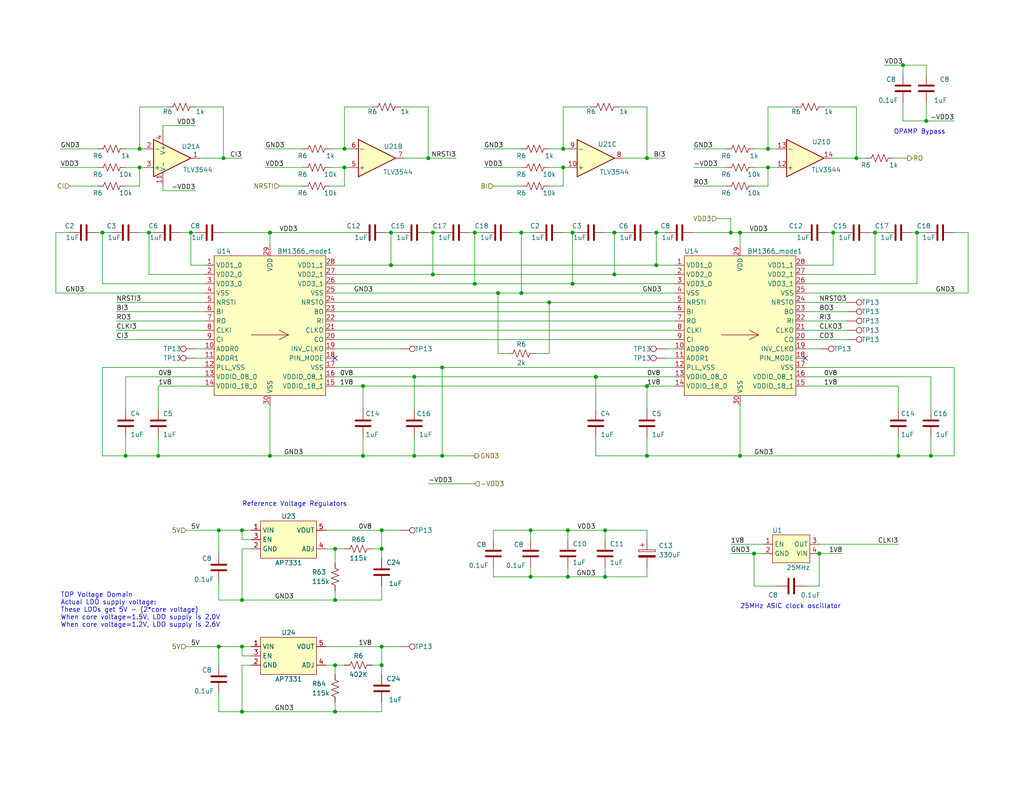
<source format=kicad_sch>
(kicad_sch (version 20231120) (generator "eeschema") (generator_version "8.0")
  (paper "A")
  (title_block (title "bitaxeHex") (date "2024-03-09") (rev "303"))
  (junction (at 176.53 124.46))
  (junction (at 153.67 40.64))
  (junction (at 113.03 102.87))
  (junction (at 66.04 176.53))
  (junction (at 246.38 17.78))
  (junction (at 43.18 124.46))
  (junction (at 252.73 33.02))
  (junction (at 129.54 77.47))
  (junction (at 93.98 40.64))
  (junction (at 165.1 144.78))
  (junction (at 129.54 63.5))
  (junction (at 223.52 151.13))
  (junction (at 38.1 40.64))
  (junction (at 118.11 63.5))
  (junction (at 91.44 163.83))
  (junction (at 38.1 45.72))
  (junction (at 250.19 63.5))
  (junction (at 154.94 144.78) (diameter 0.9144))
  (junction (at 116.84 43.18))
  (junction (at 165.1 157.48))
  (junction (at 66.04 144.78))
  (junction (at 142.24 80.01))
  (junction (at 104.14 144.78))
  (junction (at 179.07 63.5))
  (junction (at 162.56 102.87))
  (junction (at 104.14 181.61))
  (junction (at 233.68 43.18))
  (junction (at 142.24 63.5))
  (junction (at 73.66 63.5))
  (junction (at 144.78 157.48) (diameter 0.9144))
  (junction (at 91.44 149.86))
  (junction (at 59.69 176.53))
  (junction (at 66.04 163.83))
  (junction (at 238.76 63.5))
  (junction (at 99.06 124.46))
  (junction (at 156.21 77.47))
  (junction (at 120.65 124.46))
  (junction (at 104.14 176.53))
  (junction (at 254 124.46))
  (junction (at 91.44 194.31))
  (junction (at 59.69 144.78))
  (junction (at 167.64 63.5))
  (junction (at 91.44 181.61))
  (junction (at 118.11 74.93))
  (junction (at 52.07 63.5))
  (junction (at 149.86 82.55))
  (junction (at 106.68 72.39))
  (junction (at 209.55 45.72))
  (junction (at 104.14 149.86))
  (junction (at 66.04 194.31))
  (junction (at 120.65 100.33))
  (junction (at 27.94 63.5))
  (junction (at 144.78 144.78) (diameter 0.9144))
  (junction (at 60.96 43.18))
  (junction (at 205.74 151.13))
  (junction (at 73.66 124.46))
  (junction (at 201.93 124.46))
  (junction (at 99.06 105.41))
  (junction (at 113.03 124.46))
  (junction (at 167.64 74.93))
  (junction (at 245.11 124.46))
  (junction (at 156.21 63.5))
  (junction (at 34.29 124.46))
  (junction (at 179.07 72.39))
  (junction (at 154.94 157.48) (diameter 0.9144))
  (junction (at 135.89 80.01))
  (junction (at 227.33 63.5))
  (junction (at 40.64 63.5))
  (junction (at 209.55 40.64))
  (junction (at 201.93 63.5))
  (junction (at 199.39 63.5))
  (junction (at 153.67 45.72))
  (junction (at 176.53 105.41))
  (junction (at 176.53 43.18))
  (junction (at 93.98 45.72))
  (junction (at 106.68 63.5))
  (no_connect (at 219.71 97.79))
  (no_connect (at 91.44 97.79))
  (wire (pts (xy 154.94 154.94) (xy 154.94 157.48)))
  (wire (pts (xy 101.6 181.61) (xy 104.14 181.61)))
  (wire (pts (xy 162.56 124.46) (xy 162.56 119.38)))
  (wire (pts (xy 189.23 40.64) (xy 198.12 40.64)))
  (wire (pts (xy 40.64 74.93) (xy 55.88 74.93)))
  (wire (pts (xy 176.53 43.18) (xy 170.18 43.18)))
  (wire (pts (xy 224.79 29.21) (xy 233.68 29.21)))
  (wire (pts (xy 44.45 34.29) (xy 53.34 34.29)))
  (wire (pts (xy 227.33 43.18) (xy 233.68 43.18)))
  (wire (pts (xy 99.06 105.41) (xy 99.06 111.76)))
  (wire (pts (xy 243.84 43.18) (xy 247.65 43.18)))
  (wire (pts (xy 233.68 29.21) (xy 233.68 43.18)))
  (wire (pts (xy 201.93 63.5) (xy 201.93 67.31)))
  (wire (pts (xy 93.98 45.72) (xy 95.25 45.72)))
  (wire (pts (xy 113.03 102.87) (xy 162.56 102.87)))
  (wire (pts (xy 246.38 33.02) (xy 252.73 33.02)))
  (wire (pts (xy 91.44 74.93) (xy 118.11 74.93)))
  (wire (pts (xy 132.08 45.72) (xy 142.24 45.72)))
  (wire (pts (xy 176.53 147.32) (xy 176.53 144.78)))
  (wire (pts (xy 176.53 119.38) (xy 176.53 124.46)))
  (wire (pts (xy 162.56 102.87) (xy 162.56 111.76)))
  (wire (pts (xy 165.1 63.5) (xy 167.64 63.5)))
  (wire (pts (xy 250.19 63.5) (xy 252.73 63.5)))
  (wire (pts (xy 142.24 80.01) (xy 142.24 63.5)))
  (wire (pts (xy 176.53 29.21) (xy 176.53 43.18)))
  (wire (pts (xy 227.33 72.39) (xy 227.33 63.5)))
  (wire (pts (xy 129.54 63.5) (xy 132.08 63.5)))
  (wire (pts (xy 91.44 181.61) (xy 91.44 184.15)))
  (wire (pts (xy 246.38 27.94) (xy 246.38 33.02)))
  (wire (pts (xy 254 124.46) (xy 254 119.38)))
  (wire (pts (xy 60.96 63.5) (xy 73.66 63.5)))
  (wire (pts (xy 91.44 194.31) (xy 91.44 191.77)))
  (wire (pts (xy 168.91 29.21) (xy 176.53 29.21)))
  (wire (pts (xy 53.34 95.25) (xy 55.88 95.25)))
  (wire (pts (xy 153.67 50.8) (xy 153.67 45.72)))
  (wire (pts (xy 44.45 50.8) (xy 44.45 52.07)))
  (wire (pts (xy 104.14 160.02) (xy 104.14 163.83)))
  (wire (pts (xy 209.55 40.64) (xy 212.09 40.64)))
  (wire (pts (xy 91.44 90.17) (xy 184.15 90.17)))
  (wire (pts (xy 165.1 157.48) (xy 154.94 157.48)))
  (wire (pts (xy 156.21 77.47) (xy 184.15 77.47)))
  (wire (pts (xy 252.73 33.02) (xy 260.35 33.02)))
  (wire (pts (xy 118.11 74.93) (xy 118.11 63.5)))
  (wire (pts (xy 118.11 74.93) (xy 167.64 74.93)))
  (wire (pts (xy 38.1 29.21) (xy 45.72 29.21)))
  (wire (pts (xy 260.35 100.33) (xy 260.35 124.46)))
  (wire (pts (xy 153.67 29.21) (xy 161.29 29.21)))
  (wire (pts (xy 91.44 181.61) (xy 93.98 181.61)))
  (wire (pts (xy 91.44 102.87) (xy 113.03 102.87)))
  (wire (pts (xy 189.23 45.72) (xy 198.12 45.72)))
  (wire (pts (xy 219.71 77.47) (xy 250.19 77.47)))
  (wire (pts (xy 135.89 80.01) (xy 142.24 80.01)))
  (wire (pts (xy 201.93 124.46) (xy 245.11 124.46)))
  (wire (pts (xy 91.44 77.47) (xy 129.54 77.47)))
  (wire (pts (xy 104.14 194.31) (xy 91.44 194.31)))
  (wire (pts (xy 252.73 20.32) (xy 252.73 17.78)))
  (wire (pts (xy 167.64 63.5) (xy 170.18 63.5)))
  (wire (pts (xy 135.89 96.52) (xy 135.89 80.01)))
  (wire (pts (xy 38.1 63.5) (xy 40.64 63.5)))
  (wire (pts (xy 165.1 157.48) (xy 176.53 157.48)))
  (wire (pts (xy 116.84 43.18) (xy 124.46 43.18)))
  (wire (pts (xy 153.67 40.64) (xy 154.94 40.64)))
  (wire (pts (xy 219.71 85.09) (xy 231.14 85.09)))
  (wire (pts (xy 219.71 105.41) (xy 245.11 105.41)))
  (wire (pts (xy 120.65 100.33) (xy 184.15 100.33)))
  (wire (pts (xy 34.29 50.8) (xy 38.1 50.8)))
  (wire (pts (xy 52.07 63.5) (xy 52.07 72.39)))
  (wire (pts (xy 44.45 52.07) (xy 53.34 52.07)))
  (wire (pts (xy 72.39 45.72) (xy 82.55 45.72)))
  (wire (pts (xy 91.44 92.71) (xy 184.15 92.71)))
  (wire (pts (xy 106.68 72.39) (xy 179.07 72.39)))
  (wire (pts (xy 144.78 147.32) (xy 144.78 144.78)))
  (wire (pts (xy 134.62 154.94) (xy 134.62 157.48)))
  (wire (pts (xy 53.34 29.21) (xy 60.96 29.21)))
  (wire (pts (xy 104.14 191.77) (xy 104.14 194.31)))
  (wire (pts (xy 154.94 147.32) (xy 154.94 144.78)))
  (wire (pts (xy 219.71 160.02) (xy 223.52 160.02)))
  (wire (pts (xy 205.74 45.72) (xy 209.55 45.72)))
  (wire (pts (xy 31.75 85.09) (xy 55.88 85.09)))
  (wire (pts (xy 104.14 163.83) (xy 91.44 163.83)))
  (wire (pts (xy 219.71 102.87) (xy 254 102.87)))
  (wire (pts (xy 104.14 149.86) (xy 104.14 152.4)))
  (wire (pts (xy 90.17 45.72) (xy 93.98 45.72)))
  (wire (pts (xy 38.1 50.8) (xy 38.1 45.72)))
  (wire (pts (xy 40.64 74.93) (xy 40.64 63.5)))
  (wire (pts (xy 66.04 179.07) (xy 66.04 176.53)))
  (wire (pts (xy 156.21 77.47) (xy 156.21 63.5)))
  (wire (pts (xy 43.18 119.38) (xy 43.18 124.46)))
  (wire (pts (xy 52.07 63.5) (xy 53.34 63.5)))
  (wire (pts (xy 59.69 176.53) (xy 59.69 181.61)))
  (wire (pts (xy 120.65 124.46) (xy 129.54 124.46)))
  (wire (pts (xy 205.74 151.13) (xy 208.28 151.13)))
  (wire (pts (xy 142.24 63.5) (xy 139.7 63.5)))
  (wire (pts (xy 223.52 151.13) (xy 229.87 151.13)))
  (wire (pts (xy 49.53 63.5) (xy 52.07 63.5)))
  (wire (pts (xy 132.08 40.64) (xy 142.24 40.64)))
  (wire (pts (xy 116.84 29.21) (xy 116.84 43.18)))
  (wire (pts (xy 99.06 124.46) (xy 113.03 124.46)))
  (wire (pts (xy 134.62 147.32) (xy 134.62 144.78)))
  (wire (pts (xy 59.69 144.78) (xy 66.04 144.78)))
  (wire (pts (xy 104.14 181.61) (xy 104.14 176.53)))
  (wire (pts (xy 218.44 63.5) (xy 201.93 63.5)))
  (wire (pts (xy 149.86 82.55) (xy 184.15 82.55)))
  (wire (pts (xy 246.38 17.78) (xy 246.38 20.32)))
  (wire (pts (xy 91.44 80.01) (xy 135.89 80.01)))
  (wire (pts (xy 237.49 63.5) (xy 238.76 63.5)))
  (wire (pts (xy 68.58 179.07) (xy 66.04 179.07)))
  (wire (pts (xy 189.23 63.5) (xy 199.39 63.5)))
  (wire (pts (xy 233.68 43.18) (xy 236.22 43.18)))
  (wire (pts (xy 134.62 144.78) (xy 144.78 144.78)))
  (wire (pts (xy 176.53 105.41) (xy 176.53 111.76)))
  (wire (pts (xy 106.68 72.39) (xy 106.68 63.5)))
  (wire (pts (xy 219.71 80.01) (xy 264.16 80.01)))
  (wire (pts (xy 73.66 110.49) (xy 73.66 124.46)))
  (wire (pts (xy 113.03 124.46) (xy 120.65 124.46)))
  (wire (pts (xy 104.14 176.53) (xy 109.22 176.53)))
  (wire (pts (xy 205.74 50.8) (xy 209.55 50.8)))
  (wire (pts (xy 34.29 119.38) (xy 34.29 124.46)))
  (wire (pts (xy 264.16 63.5) (xy 260.35 63.5)))
  (wire (pts (xy 59.69 189.23) (xy 59.69 194.31)))
  (wire (pts (xy 91.44 105.41) (xy 99.06 105.41)))
  (wire (pts (xy 176.53 154.94) (xy 176.53 157.48)))
  (wire (pts (xy 129.54 77.47) (xy 129.54 63.5)))
  (wire (pts (xy 60.96 43.18) (xy 54.61 43.18)))
  (wire (pts (xy 31.75 92.71) (xy 55.88 92.71)))
  (wire (pts (xy 176.53 43.18) (xy 181.61 43.18)))
  (wire (pts (xy 43.18 105.41) (xy 55.88 105.41)))
  (wire (pts (xy 165.1 154.94) (xy 165.1 157.48)))
  (wire (pts (xy 106.68 63.5) (xy 109.22 63.5)))
  (wire (pts (xy 241.3 17.78) (xy 246.38 17.78)))
  (wire (pts (xy 128.27 63.5) (xy 129.54 63.5)))
  (wire (pts (xy 116.84 132.08) (xy 129.54 132.08)))
  (wire (pts (xy 91.44 87.63) (xy 184.15 87.63)))
  (wire (pts (xy 104.14 144.78) (xy 109.22 144.78)))
  (wire (pts (xy 91.44 149.86) (xy 93.98 149.86)))
  (wire (pts (xy 205.74 160.02) (xy 205.74 151.13)))
  (wire (pts (xy 66.04 194.31) (xy 91.44 194.31)))
  (wire (pts (xy 109.22 29.21) (xy 116.84 29.21)))
  (wire (pts (xy 201.93 110.49) (xy 201.93 124.46)))
  (wire (pts (xy 40.64 63.5) (xy 41.91 63.5)))
  (wire (pts (xy 219.71 92.71) (xy 231.14 92.71)))
  (wire (pts (xy 16.51 45.72) (xy 26.67 45.72)))
  (wire (pts (xy 153.67 63.5) (xy 156.21 63.5)))
  (wire (pts (xy 90.17 40.64) (xy 93.98 40.64)))
  (wire (pts (xy 93.98 29.21) (xy 93.98 40.64)))
  (wire (pts (xy 88.9 149.86) (xy 91.44 149.86)))
  (wire (pts (xy 176.53 124.46) (xy 201.93 124.46)))
  (wire (pts (xy 91.44 100.33) (xy 120.65 100.33)))
  (wire (pts (xy 219.71 74.93) (xy 238.76 74.93)))
  (wire (pts (xy 101.6 149.86) (xy 104.14 149.86)))
  (wire (pts (xy 181.61 95.25) (xy 184.15 95.25)))
  (wire (pts (xy 250.19 77.47) (xy 250.19 63.5)))
  (wire (pts (xy 219.71 87.63) (xy 231.14 87.63)))
  (wire (pts (xy 149.86 82.55) (xy 149.86 96.52)))
  (wire (pts (xy 149.86 50.8) (xy 153.67 50.8)))
  (wire (pts (xy 248.92 63.5) (xy 250.19 63.5)))
  (wire (pts (xy 73.66 124.46) (xy 99.06 124.46)))
  (wire (pts (xy 66.04 144.78) (xy 68.58 144.78)))
  (wire (pts (xy 153.67 29.21) (xy 153.67 40.64)))
  (wire (pts (xy 153.67 45.72) (xy 154.94 45.72)))
  (wire (pts (xy 209.55 45.72) (xy 212.09 45.72)))
  (wire (pts (xy 219.71 72.39) (xy 227.33 72.39)))
  (wire (pts (xy 93.98 50.8) (xy 93.98 45.72)))
  (wire (pts (xy 238.76 74.93) (xy 238.76 63.5)))
  (wire (pts (xy 149.86 45.72) (xy 153.67 45.72)))
  (wire (pts (xy 195.58 59.69) (xy 199.39 59.69)))
  (wire (pts (xy 162.56 124.46) (xy 176.53 124.46)))
  (wire (pts (xy 34.29 102.87) (xy 34.29 111.76)))
  (wire (pts (xy 146.05 96.52) (xy 149.86 96.52)))
  (wire (pts (xy 181.61 97.79) (xy 184.15 97.79)))
  (wire (pts (xy 209.55 29.21) (xy 217.17 29.21)))
  (wire (pts (xy 53.34 97.79) (xy 55.88 97.79)))
  (wire (pts (xy 113.03 124.46) (xy 113.03 119.38)))
  (wire (pts (xy 142.24 80.01) (xy 184.15 80.01)))
  (wire (pts (xy 227.33 63.5) (xy 229.87 63.5)))
  (wire (pts (xy 91.44 72.39) (xy 106.68 72.39)))
  (wire (pts (xy 176.53 105.41) (xy 184.15 105.41)))
  (wire (pts (xy 50.8 176.53) (xy 59.69 176.53)))
  (wire (pts (xy 219.71 82.55) (xy 231.14 82.55)))
  (wire (pts (xy 91.44 163.83) (xy 91.44 161.29)))
  (wire (pts (xy 199.39 151.13) (xy 205.74 151.13)))
  (wire (pts (xy 104.14 181.61) (xy 104.14 184.15)))
  (wire (pts (xy 105.41 63.5) (xy 106.68 63.5)))
  (wire (pts (xy 88.9 181.61) (xy 91.44 181.61)))
  (wire (pts (xy 97.79 63.5) (xy 73.66 63.5)))
  (wire (pts (xy 189.23 50.8) (xy 198.12 50.8)))
  (wire (pts (xy 15.24 80.01) (xy 15.24 63.5)))
  (wire (pts (xy 116.84 63.5) (xy 118.11 63.5)))
  (wire (pts (xy 88.9 176.53) (xy 104.14 176.53)))
  (wire (pts (xy 27.94 77.47) (xy 27.94 63.5)))
  (wire (pts (xy 44.45 35.56) (xy 44.45 34.29)))
  (wire (pts (xy 260.35 124.46) (xy 254 124.46)))
  (wire (pts (xy 68.58 181.61) (xy 66.04 181.61)))
  (wire (pts (xy 165.1 147.32) (xy 165.1 144.78)))
  (wire (pts (xy 144.78 144.78) (xy 154.94 144.78)))
  (wire (pts (xy 43.18 105.41) (xy 43.18 111.76)))
  (wire (pts (xy 252.73 27.94) (xy 252.73 33.02)))
  (wire (pts (xy 219.71 100.33) (xy 260.35 100.33)))
  (wire (pts (xy 120.65 100.33) (xy 120.65 124.46)))
  (wire (pts (xy 246.38 17.78) (xy 252.73 17.78)))
  (wire (pts (xy 156.21 63.5) (xy 157.48 63.5)))
  (wire (pts (xy 26.67 63.5) (xy 27.94 63.5)))
  (wire (pts (xy 226.06 63.5) (xy 227.33 63.5)))
  (wire (pts (xy 245.11 119.38) (xy 245.11 124.46)))
  (wire (pts (xy 31.75 82.55) (xy 55.88 82.55)))
  (wire (pts (xy 34.29 45.72) (xy 38.1 45.72)))
  (wire (pts (xy 27.94 77.47) (xy 55.88 77.47)))
  (wire (pts (xy 134.62 50.8) (xy 142.24 50.8)))
  (wire (pts (xy 264.16 80.01) (xy 264.16 63.5)))
  (wire (pts (xy 55.88 80.01) (xy 15.24 80.01)))
  (wire (pts (xy 144.78 157.48) (xy 134.62 157.48)))
  (wire (pts (xy 68.58 147.32) (xy 66.04 147.32)))
  (wire (pts (xy 66.04 181.61) (xy 66.04 194.31)))
  (wire (pts (xy 43.18 124.46) (xy 73.66 124.46)))
  (wire (pts (xy 60.96 43.18) (xy 66.04 43.18)))
  (wire (pts (xy 179.07 72.39) (xy 184.15 72.39)))
  (wire (pts (xy 90.17 50.8) (xy 93.98 50.8)))
  (wire (pts (xy 66.04 149.86) (xy 66.04 163.83)))
  (wire (pts (xy 66.04 147.32) (xy 66.04 144.78)))
  (wire (pts (xy 99.06 105.41) (xy 176.53 105.41)))
  (wire (pts (xy 209.55 29.21) (xy 209.55 40.64)))
  (wire (pts (xy 34.29 124.46) (xy 43.18 124.46)))
  (wire (pts (xy 199.39 63.5) (xy 201.93 63.5)))
  (wire (pts (xy 219.71 95.25) (xy 223.52 95.25)))
  (wire (pts (xy 59.69 158.75) (xy 59.69 163.83)))
  (wire (pts (xy 38.1 45.72) (xy 39.37 45.72)))
  (wire (pts (xy 68.58 149.86) (xy 66.04 149.86)))
  (wire (pts (xy 73.66 63.5) (xy 73.66 67.31)))
  (wire (pts (xy 254 102.87) (xy 254 111.76)))
  (wire (pts (xy 66.04 176.53) (xy 68.58 176.53)))
  (wire (pts (xy 27.94 100.33) (xy 55.88 100.33)))
  (wire (pts (xy 27.94 63.5) (xy 30.48 63.5)))
  (wire (pts (xy 167.64 74.93) (xy 167.64 63.5)))
  (wire (pts (xy 31.75 87.63) (xy 55.88 87.63)))
  (wire (pts (xy 31.75 90.17) (xy 55.88 90.17)))
  (wire (pts (xy 50.8 144.78) (xy 59.69 144.78)))
  (wire (pts (xy 91.44 95.25) (xy 109.22 95.25)))
  (wire (pts (xy 93.98 40.64) (xy 95.25 40.64)))
  (wire (pts (xy 223.52 148.59) (xy 245.11 148.59)))
  (wire (pts (xy 91.44 82.55) (xy 149.86 82.55)))
  (wire (pts (xy 199.39 148.59) (xy 208.28 148.59)))
  (wire (pts (xy 60.96 29.21) (xy 60.96 43.18)))
  (wire (pts (xy 16.51 40.64) (xy 26.67 40.64)))
  (wire (pts (xy 116.84 43.18) (xy 110.49 43.18)))
  (wire (pts (xy 38.1 40.64) (xy 39.37 40.64)))
  (wire (pts (xy 245.11 124.46) (xy 254 124.46)))
  (wire (pts (xy 179.07 63.5) (xy 181.61 63.5)))
  (wire (pts (xy 99.06 119.38) (xy 99.06 124.46)))
  (wire (pts (xy 76.2 50.8) (xy 82.55 50.8)))
  (wire (pts (xy 167.64 74.93) (xy 184.15 74.93)))
  (wire (pts (xy 27.94 124.46) (xy 34.29 124.46)))
  (wire (pts (xy 19.05 50.8) (xy 26.67 50.8)))
  (wire (pts (xy 93.98 29.21) (xy 101.6 29.21)))
  (wire (pts (xy 245.11 105.41) (xy 245.11 111.76)))
  (wire (pts (xy 34.29 40.64) (xy 38.1 40.64)))
  (wire (pts (xy 34.29 102.87) (xy 55.88 102.87)))
  (wire (pts (xy 199.39 59.69) (xy 199.39 63.5)))
  (wire (pts (xy 72.39 40.64) (xy 82.55 40.64)))
  (wire (pts (xy 66.04 163.83) (xy 91.44 163.83)))
  (wire (pts (xy 154.94 144.78) (xy 165.1 144.78)))
  (wire (pts (xy 162.56 102.87) (xy 184.15 102.87)))
  (wire (pts (xy 88.9 144.78) (xy 104.14 144.78)))
  (wire (pts (xy 212.09 160.02) (xy 205.74 160.02)))
  (wire (pts (xy 149.86 40.64) (xy 153.67 40.64)))
  (wire (pts (xy 59.69 144.78) (xy 59.69 151.13)))
  (wire (pts (xy 179.07 63.5) (xy 179.07 72.39)))
  (wire (pts (xy 165.1 144.78) (xy 176.53 144.78)))
  (wire (pts (xy 27.94 100.33) (xy 27.94 124.46)))
  (wire (pts (xy 144.78 157.48) (xy 154.94 157.48)))
  (wire (pts (xy 104.14 149.86) (xy 104.14 144.78)))
  (wire (pts (xy 219.71 90.17) (xy 231.14 90.17)))
  (wire (pts (xy 59.69 176.53) (xy 66.04 176.53)))
  (wire (pts (xy 59.69 194.31) (xy 66.04 194.31)))
  (wire (pts (xy 91.44 149.86) (xy 91.44 153.67)))
  (wire (pts (xy 38.1 29.21) (xy 38.1 40.64)))
  (wire (pts (xy 177.8 63.5) (xy 179.07 63.5)))
  (wire (pts (xy 113.03 102.87) (xy 113.03 111.76)))
  (wire (pts (xy 91.44 85.09) (xy 184.15 85.09)))
  (wire (pts (xy 238.76 63.5) (xy 241.3 63.5)))
  (wire (pts (xy 142.24 63.5) (xy 146.05 63.5)))
  (wire (pts (xy 144.78 154.94) (xy 144.78 157.48)))
  (wire (pts (xy 223.52 160.02) (xy 223.52 151.13)))
  (wire (pts (xy 209.55 50.8) (xy 209.55 45.72)))
  (wire (pts (xy 118.11 63.5) (xy 120.65 63.5)))
  (wire (pts (xy 129.54 77.47) (xy 156.21 77.47)))
  (wire (pts (xy 138.43 96.52) (xy 135.89 96.52)))
  (wire (pts (xy 52.07 72.39) (xy 55.88 72.39)))
  (wire (pts (xy 205.74 40.64) (xy 209.55 40.64)))
  (wire (pts (xy 59.69 163.83) (xy 66.04 163.83)))
  (wire (pts (xy 15.24 63.5) (xy 19.05 63.5)))
  (text "25MHz ASIC clock oscillator" (at 201.93 166.37 0) (effects (font (size 1.27 1.27)) (justify left bottom)))
  (text "Reference Voltage Regulators" (at 66.04 138.43 0) (effects (font (size 1.27 1.27)) (justify left bottom)))
  (text "OPAMP Bypass" (at 243.84 36.83 0) (effects (font (size 1.27 1.27)) (justify left bottom)))
  (text "TOP Voltage Domain\nActual LDO supply voltage:\nThese LDOs get 5V - (2*core voltage)\nWhen core voltage=1.5V, LDO supply is 2.0V\nWhen core voltage=1.2V, LDO supply is 2.6V " (at 16.51 171.45 0) (effects (font (size 1.27 1.27)) (justify left bottom)))
  (label "1V8" (at 229.87 151.13 180))
  (label "NRSTI3" (at 124.46 43.18 180))
  (label "0V8" (at 224.79 102.87 0))
  (label "1V8" (at 43.18 105.41 0))
  (label "CLKI3" (at 245.11 148.59 180))
  (label "-VDD3" (at 260.35 33.02 180))
  (label "RO3" (at 189.23 50.8 0))
  (label "-VDD3" (at 53.34 52.07 180))
  (label "GND3" (at 162.56 157.48 180))
  (label "0V8" (at 176.53 102.87 0))
  (label "5V" (at 52.07 176.53 0))
  (label "NRSTI3" (at 31.75 82.55 0))
  (label "CLKO3" (at 223.52 90.17 0))
  (label "GND3" (at 175.26 80.01 0))
  (label "CI3" (at 31.75 92.71 0))
  (label "1V8" (at 224.79 105.41 0))
  (label "5V" (at 52.07 144.78 0))
  (label "GND3" (at 132.08 40.64 0))
  (label "VDD3" (at 53.34 34.29 180))
  (label "CO3" (at 223.52 92.71 0))
  (label "1V8" (at 92.71 105.41 0))
  (label "GND3" (at 77.47 124.46 0))
  (label "RO3" (at 31.75 87.63 0))
  (label "GND3" (at 96.52 80.01 0))
  (label "0V8" (at 43.18 102.87 0))
  (label "GND3" (at 72.39 40.64 0))
  (label "GND3" (at 74.93 194.31 0))
  (label "VDD3" (at 16.51 45.72 0))
  (label "CLKI3" (at 31.75 90.17 0))
  (label "RI3" (at 223.52 87.63 0))
  (label "VDD3" (at 132.08 45.72 0))
  (label "GND3" (at 16.51 40.64 0))
  (label "-VDD3" (at 116.84 132.08 0))
  (label "VDD3" (at 72.39 45.72 0))
  (label "BI3" (at 181.61 43.18 180))
  (label "BI3" (at 31.75 85.09 0))
  (label "1V8" (at 176.53 105.41 0))
  (label "GND3" (at 189.23 40.64 0))
  (label "1V8" (at 199.39 148.59 0))
  (label "0V8" (at 92.71 102.87 0))
  (label "-VDD3" (at 189.23 45.72 0))
  (label "VDD3" (at 204.47 63.5 0))
  (label "VDD3" (at 157.48 144.78 0))
  (label "1V8" (at 97.79 176.53 0))
  (label "GND3" (at 255.27 80.01 0))
  (label "GND3" (at 205.74 124.46 0))
  (label "BO3" (at 223.52 85.09 0))
  (label "CI3" (at 66.04 43.18 180))
  (label "GND3" (at 199.39 151.13 0))
  (label "GND3" (at 17.78 80.01 0))
  (label "0V8" (at 97.79 144.78 0))
  (label "GND3" (at 74.93 163.83 0))
  (label "NRSTO3" (at 223.52 82.55 0))
  (label "VDD3" (at 241.3 17.78 0))
  (label "VDD3" (at 76.2 63.5 0))
  (hierarchical_label "BI" (shape input) (at 134.62 50.8 180))
  (hierarchical_label "GND3" (shape output) (at 129.54 124.46 0))
  (hierarchical_label "VDD3" (shape input) (at 195.58 59.69 180))
  (hierarchical_label "CI" (shape input) (at 19.05 50.8 180))
  (hierarchical_label "5V" (shape input) (at 50.8 144.78 180))
  (hierarchical_label "RO" (shape output) (at 247.65 43.18 0))
  (hierarchical_label "5V" (shape input) (at 50.8 176.53 180))
  (hierarchical_label "NRSTI" (shape input) (at 76.2 50.8 180))
  (hierarchical_label "-VDD3" (shape input) (at 129.54 132.08 0))
  (symbol (lib_id "Connector:TestPoint") (at 231.14 92.71 270) (mirror x) (unit 1) (in_bom no)
    (property "Reference" "TP13" (at 237.49 92.71 90))
    (property "Value" "TestPoint" (effects (hide yes)))
    (property "Footprint" "TestPoint:TestPoint_Pad_D1.5mm" (effects (hide yes)))
  )
  (symbol (lib_id "Device:C") (at 256.54 63.5 90) (unit 1)
    (property "Reference" "C18" (at 254 60.96 90) (effects (justify left bottom)))
    (property "Value" "1uF" (at 255.27 64.135 90) (effects (justify left bottom)))
    (property "Footprint" "Capacitor_SMD:C_0402_1005Metric" (effects (hide yes)))
    (property "DK" "587-5514-1-ND" (effects (hide yes)))
    (property "PARTNO" "EMK105BJ105MV-F" (effects (hide yes)))
  )
  (symbol (lib_id "Device:C") (at 222.25 63.5 90) (unit 1)
    (property "Reference" "C12" (at 219.075 60.96 90) (effects (justify left bottom)))
    (property "Value" "1uF" (at 220.98 64.135 90) (effects (justify left bottom)))
    (property "Footprint" "Capacitor_SMD:C_0402_1005Metric" (effects (hide yes)))
    (property "DK" "587-5514-1-ND" (effects (hide yes)))
    (property "PARTNO" "EMK105BJ105MV-F" (effects (hide yes)))
  )
  (symbol (lib_id "Device:C") (at 57.15 63.5 90) (unit 1)
    (property "Reference" "C8" (at 54.61 60.96 90) (effects (justify left bottom)))
    (property "Value" "1uF" (at 55.88 64.135 90) (effects (justify left bottom)))
    (property "Footprint" "Capacitor_SMD:C_0402_1005Metric" (effects (hide yes)))
    (property "DK" "587-5514-1-ND" (effects (hide yes)))
    (property "PARTNO" "EMK105BJ105MV-F" (effects (hide yes)))
  )
  (symbol (lib_id "Device:R_US") (at 201.93 40.64 270) (unit 1)
    (property "Reference" "R6" (at 198.12 42.545 90))
    (property "Value" "1k" (at 205.74 42.545 90))
    (property "Footprint" "Resistor_SMD:R_0402_1005Metric" (effects (hide yes)))
    (property "DK" "311-1.00KLRCT-ND" (effects (hide yes)))
    (property "PARTNO" "RC0402FR-071KL" (effects (hide yes)))
  )
  (symbol (lib_id "Device:R_US") (at 86.36 45.72 90) (unit 1)
    (property "Reference" "R6" (at 82.55 47.625 90))
    (property "Value" "10k" (at 90.17 47.625 90))
    (property "Footprint" "Resistor_SMD:R_0402_1005Metric" (effects (hide yes)))
    (property "DK" "311-10KJRCT-ND" (effects (hide yes)))
    (property "PARTNO" "RC0402JR-0710KL" (effects (hide yes)))
  )
  (symbol (lib_id "Device:C") (at 104.14 187.96 0) (unit 1)
    (property "Reference" "C24" (at 105.41 186.055 0) (effects (justify left bottom)))
    (property "Value" "1uF" (at 106.045 191.77 0) (effects (justify left bottom)))
    (property "Footprint" "Capacitor_SMD:C_0402_1005Metric" (effects (hide yes)))
    (property "DK" "587-5514-1-ND" (effects (hide yes)))
    (property "PARTNO" "EMK105BJ105MV-F" (effects (hide yes)))
  )
  (symbol (lib_id "Device:C") (at 161.29 63.5 90) (unit 1)
    (property "Reference" "C3" (at 158.75 60.96 90) (effects (justify left bottom)))
    (property "Value" "1uF" (at 160.02 64.135 90) (effects (justify left bottom)))
    (property "Footprint" "Capacitor_SMD:C_0402_1005Metric" (effects (hide yes)))
    (property "DK" "587-5514-1-ND" (effects (hide yes)))
    (property "PARTNO" "EMK105BJ105MV-F" (effects (hide yes)))
  )
  (symbol (lib_id "Connector:TestPoint") (at 231.14 85.09 270) (mirror x) (unit 1) (in_bom no)
    (property "Reference" "TP13" (at 237.49 85.09 90))
    (property "Value" "TestPoint" (effects (hide yes)))
    (property "Footprint" "TestPoint:TestPoint_Pad_D1.5mm" (effects (hide yes)))
  )
  (symbol (lib_id "Device:C") (at 113.03 115.57 0) (unit 1)
    (property "Reference" "C16" (at 113.665 113.665 0) (effects (justify left bottom)))
    (property "Value" "1uF" (at 114.3 119.38 0) (effects (justify left bottom)))
    (property "Footprint" "Capacitor_SMD:C_0402_1005Metric" (effects (hide yes)))
    (property "DK" "587-5514-1-ND" (effects (hide yes)))
    (property "PARTNO" "EMK105BJ105MV-F" (effects (hide yes)))
  )
  (symbol (lib_id "Connector:TestPoint") (at 231.14 82.55 270) (mirror x) (unit 1) (in_bom no)
    (property "Reference" "TP13" (at 237.49 82.55 90))
    (property "Value" "TestPoint" (effects (hide yes)))
    (property "Footprint" "TestPoint:TestPoint_Pad_D1.5mm" (effects (hide yes)))
  )
  (symbol (lib_id "Connector:TestPoint") (at 223.52 95.25 270) (mirror x) (unit 1) (in_bom no)
    (property "Reference" "TP13" (at 229.87 95.25 90))
    (property "Value" "TestPoint" (effects (hide yes)))
    (property "Footprint" "TestPoint:TestPoint_Pad_D1.0mm" (effects (hide yes)))
  )
  (symbol (lib_id "Device:C_Polarized") (at 176.53 151.13 0) (unit 1)
    (property "Reference" "C13" (at 179.705 148.9709 0) (effects (justify left)))
    (property "Value" "330uF" (at 179.705 151.5109 0) (effects (justify left)))
    (property "Footprint" "Capacitor_Tantalum_SMD:CP_EIA-7343-31_Kemet-D_Pad2.25x2.55mm_HandSolder" (effects (hide yes)))
    (property "DK" "718-1028-1-ND" (effects (hide yes)))
    (property "PARTNO" "293D337X9010E2TE3" (effects (hide yes)))
  )
  (symbol (lib_id "Device:R_US") (at 165.1 29.21 270) (unit 1)
    (property "Reference" "R6" (at 161.29 30.48 90))
    (property "Value" "1k" (at 170.18 30.48 90))
    (property "Footprint" "Resistor_SMD:R_0402_1005Metric" (effects (hide yes)))
    (property "DK" "311-1.00KLRCT-ND" (effects (hide yes)))
    (property "PARTNO" "RC0402FR-071KL" (effects (hide yes)))
  )
  (symbol (lib_id "Device:R_US") (at 91.44 187.96 180) (unit 1)
    (property "Reference" "R64" (at 85.09 186.69 0) (effects (justify right)))
    (property "Value" "115k" (at 85.09 189.23 0) (effects (justify right)))
    (property "Footprint" "Resistor_SMD:R_0402_1005Metric" (effects (hide yes)))
    (property "DK" "YAG2956CT-ND" (effects (hide yes)))
    (property "PARTNO" "RC0402FR-07115KL" (effects (hide yes)))
  )
  (symbol (lib_id "Device:R_US") (at 91.44 157.48 180) (unit 1)
    (property "Reference" "R63" (at 85.09 156.21 0) (effects (justify right)))
    (property "Value" "115k" (at 85.09 158.75 0) (effects (justify right)))
    (property "Footprint" "Resistor_SMD:R_0402_1005Metric" (effects (hide yes)))
    (property "DK" "YAG2956CT-ND" (effects (hide yes)))
    (property "PARTNO" "RC0402FR-07115KL" (effects (hide yes)))
  )
  (symbol (lib_id "Device:C") (at 254 115.57 0) (unit 1)
    (property "Reference" "C16" (at 254.635 113.665 0) (effects (justify left bottom)))
    (property "Value" "1uF" (at 255.27 119.38 0) (effects (justify left bottom)))
    (property "Footprint" "Capacitor_SMD:C_0402_1005Metric" (effects (hide yes)))
    (property "DK" "587-5514-1-ND" (effects (hide yes)))
    (property "PARTNO" "EMK105BJ105MV-F" (effects (hide yes)))
  )
  (symbol (lib_id "Device:C") (at 176.53 115.57 0) (unit 1)
    (property "Reference" "C5" (at 177.8 113.665 0) (effects (justify left bottom)))
    (property "Value" "1uF" (at 177.8 119.38 0) (effects (justify left bottom)))
    (property "Footprint" "Capacitor_SMD:C_0402_1005Metric" (effects (hide yes)))
    (property "DK" "587-5514-1-ND" (effects (hide yes)))
    (property "PARTNO" "EMK105BJ105MV-F" (effects (hide yes)))
  )
  (symbol (lib_id "Device:C") (at 173.99 63.5 90) (unit 1)
    (property "Reference" "C6" (at 171.45 60.96 90) (effects (justify left bottom)))
    (property "Value" "1uF" (at 172.72 64.135 90) (effects (justify left bottom)))
    (property "Footprint" "Capacitor_SMD:C_0402_1005Metric" (effects (hide yes)))
    (property "DK" "587-5514-1-ND" (effects (hide yes)))
    (property "PARTNO" "EMK105BJ105MV-F" (effects (hide yes)))
  )
  (symbol (lib_id "Device:R_US") (at 220.98 29.21 270) (unit 1)
    (property "Reference" "R6" (at 217.17 30.48 90))
    (property "Value" "1k" (at 226.06 30.48 90))
    (property "Footprint" "Resistor_SMD:R_0402_1005Metric" (effects (hide yes)))
    (property "DK" "311-1.00KLRCT-ND" (effects (hide yes)))
    (property "PARTNO" "RC0402FR-071KL" (effects (hide yes)))
  )
  (symbol (lib_id "Connector:TestPoint") (at 231.14 87.63 270) (mirror x) (unit 1) (in_bom no)
    (property "Reference" "TP13" (at 237.49 87.63 90))
    (property "Value" "TestPoint" (effects (hide yes)))
    (property "Footprint" "TestPoint:TestPoint_Pad_D1.5mm" (effects (hide yes)))
  )
  (symbol (lib_name "TLV3544_2") (lib_id "bitaxe:TLV3544") (at 100.33 43.18 0) (unit 2)
    (property "Reference" "U21" (at 107.315 40.005 0))
    (property "Value" "TLV3544" (at 108.585 46.99 0))
    (property "Footprint" "Package_SO:TSSOP-14_4.4x5mm_P0.65mm" (effects (hide yes)))
    (property "Datasheet" "https://www.ti.com/lit/ds/symlink/tlv3542.pdf" (effects (hide yes)))
    (property "DK" "296-45352-1-ND" (effects (hide yes)))
    (property "PARTNO" "TLV3544IPWR" (effects (hide yes)))
  )
  (symbol (lib_id "Device:C") (at 135.89 63.5 90) (unit 1)
    (property "Reference" "C18" (at 133.35 60.96 90) (effects (justify left bottom)))
    (property "Value" "1uF" (at 134.62 64.135 90) (effects (justify left bottom)))
    (property "Footprint" "Capacitor_SMD:C_0402_1005Metric" (effects (hide yes)))
    (property "DK" "587-5514-1-ND" (effects (hide yes)))
    (property "PARTNO" "EMK105BJ105MV-F" (effects (hide yes)))
  )
  (symbol (lib_id "Device:R_US") (at 146.05 50.8 90) (unit 1)
    (property "Reference" "R6" (at 142.24 52.705 90))
    (property "Value" "10k" (at 149.86 52.705 90))
    (property "Footprint" "Resistor_SMD:R_0402_1005Metric" (effects (hide yes)))
    (property "DK" "311-10KJRCT-ND" (effects (hide yes)))
    (property "PARTNO" "RC0402JR-0710KL" (effects (hide yes)))
  )
  (symbol (lib_id "Device:R_US") (at 142.24 96.52 90) (unit 1)
    (property "Reference" "R6" (at 142.24 93.98 90))
    (property "Value" "2k" (at 142.24 99.06 90))
    (property "Footprint" "Resistor_SMD:R_0402_1005Metric" (effects (hide yes)))
    (property "DK" "YAG2303CT-ND" (effects (hide yes)))
    (property "PARTNO" "RT0402BRD072KL" (effects (hide yes)))
  )
  (symbol (lib_id "Device:C") (at 113.03 63.5 90) (unit 1)
    (property "Reference" "C15" (at 110.49 60.96 90) (effects (justify left bottom)))
    (property "Value" "1uF" (at 111.76 64.135 90) (effects (justify left bottom)))
    (property "Footprint" "Capacitor_SMD:C_0402_1005Metric" (effects (hide yes)))
    (property "DK" "587-5514-1-ND" (effects (hide yes)))
    (property "PARTNO" "EMK105BJ105MV-F" (effects (hide yes)))
  )
  (symbol (lib_id "Device:C") (at 144.78 151.13 180) (unit 1)
    (property "Reference" "C8" (at 142.875 147.955 0) (effects (justify left bottom)))
    (property "Value" "0.1uF" (at 143.51 153.67 0) (effects (justify left bottom)))
    (property "Footprint" "Capacitor_SMD:C_0402_1005Metric" (effects (hide yes)))
    (property "DK" "478-KGM05AR71C104KHCT-ND" (effects (hide yes)))
    (property "PARTNO" "KGM05AR71C104KH" (effects (hide yes)))
  )
  (symbol (lib_id "Device:C") (at 252.73 24.13 180) (unit 1)
    (property "Reference" "C8" (at 259.08 20.955 0) (effects (justify left bottom)))
    (property "Value" "1uF" (at 258.445 26.67 0) (effects (justify left bottom)))
    (property "Footprint" "Capacitor_SMD:C_0402_1005Metric" (effects (hide yes)))
    (property "DK" "587-5514-1-ND" (effects (hide yes)))
    (property "PARTNO" "EMK105BJ105MV-F" (effects (hide yes)))
  )
  (symbol (lib_id "Device:C") (at 245.11 63.5 90) (unit 1)
    (property "Reference" "C17" (at 242.57 60.96 90) (effects (justify left bottom)))
    (property "Value" "1uF" (at 243.84 64.135 90) (effects (justify left bottom)))
    (property "Footprint" "Capacitor_SMD:C_0402_1005Metric" (effects (hide yes)))
    (property "DK" "587-5514-1-ND" (effects (hide yes)))
    (property "PARTNO" "EMK105BJ105MV-F" (effects (hide yes)))
  )
  (symbol (lib_id "Device:C") (at 45.72 63.5 90) (unit 1)
    (property "Reference" "C6" (at 43.18 60.96 90) (effects (justify left bottom)))
    (property "Value" "1uF" (at 44.45 64.135 90) (effects (justify left bottom)))
    (property "Footprint" "Capacitor_SMD:C_0402_1005Metric" (effects (hide yes)))
    (property "DK" "587-5514-1-ND" (effects (hide yes)))
    (property "PARTNO" "EMK105BJ105MV-F" (effects (hide yes)))
  )
  (symbol (lib_id "Device:R_US") (at 146.05 40.64 270) (unit 1)
    (property "Reference" "R6" (at 142.24 42.545 90))
    (property "Value" "1k" (at 149.86 42.545 90))
    (property "Footprint" "Resistor_SMD:R_0402_1005Metric" (effects (hide yes)))
    (property "DK" "311-1.00KLRCT-ND" (effects (hide yes)))
    (property "PARTNO" "RC0402FR-071KL" (effects (hide yes)))
  )
  (symbol (lib_id "Device:R_US") (at 30.48 40.64 270) (unit 1)
    (property "Reference" "R6" (at 26.67 42.545 90))
    (property "Value" "1k" (at 34.29 42.545 90))
    (property "Footprint" "Resistor_SMD:R_0402_1005Metric" (effects (hide yes)))
    (property "DK" "311-1.00KLRCT-ND" (effects (hide yes)))
    (property "PARTNO" "RC0402FR-071KL" (effects (hide yes)))
  )
  (symbol (lib_id "Device:C") (at 149.86 63.5 90) (unit 1)
    (property "Reference" "C2" (at 147.32 60.96 90) (effects (justify left bottom)))
    (property "Value" "1uF" (at 148.59 64.135 90) (effects (justify left bottom)))
    (property "Footprint" "Capacitor_SMD:C_0402_1005Metric" (effects (hide yes)))
    (property "DK" "587-5514-1-ND" (effects (hide yes)))
    (property "PARTNO" "EMK105BJ105MV-F" (effects (hide yes)))
  )
  (symbol (lib_id "Device:C") (at 104.14 156.21 0) (unit 1)
    (property "Reference" "C24" (at 105.41 154.305 0) (effects (justify left bottom)))
    (property "Value" "1uF" (at 106.045 160.02 0) (effects (justify left bottom)))
    (property "Footprint" "Capacitor_SMD:C_0402_1005Metric" (effects (hide yes)))
    (property "DK" "587-5514-1-ND" (effects (hide yes)))
    (property "PARTNO" "EMK105BJ105MV-F" (effects (hide yes)))
  )
  (symbol (lib_name "TLV3544_3") (lib_id "bitaxe:TLV3544") (at 160.02 43.18 0) (unit 3)
    (property "Reference" "U21" (at 165.735 39.37 0))
    (property "Value" "TLV3544" (at 167.64 46.99 0))
    (property "Footprint" "Package_SO:TSSOP-14_4.4x5mm_P0.65mm" (effects (hide yes)))
    (property "Datasheet" "https://www.ti.com/lit/ds/symlink/tlv3542.pdf" (effects (hide yes)))
    (property "DK" "296-45352-1-ND" (effects (hide yes)))
    (property "PARTNO" "TLV3544IPWR" (effects (hide yes)))
  )
  (symbol (lib_id "Device:C") (at 134.62 151.13 180) (unit 1)
    (property "Reference" "C8" (at 132.715 147.955 0) (effects (justify left bottom)))
    (property "Value" "0.1uF" (at 133.35 153.67 0) (effects (justify left bottom)))
    (property "Footprint" "Capacitor_SMD:C_0402_1005Metric" (effects (hide yes)))
    (property "DK" "478-KGM05AR71C104KHCT-ND" (effects (hide yes)))
    (property "PARTNO" "KGM05AR71C104KH" (effects (hide yes)))
  )
  (symbol (lib_id "Device:C") (at 246.38 24.13 180) (unit 1)
    (property "Reference" "C8" (at 244.475 20.955 0) (effects (justify left bottom)))
    (property "Value" "0.1uF" (at 245.11 26.67 0) (effects (justify left bottom)))
    (property "Footprint" "Capacitor_SMD:C_0402_1005Metric" (effects (hide yes)))
    (property "DK" "478-KGM05AR71C104KHCT-ND" (effects (hide yes)))
    (property "PARTNO" "KGM05AR71C104KH" (effects (hide yes)))
  )
  (symbol (lib_id "Device:R_US") (at 201.93 50.8 90) (unit 1)
    (property "Reference" "R6" (at 198.12 52.705 90))
    (property "Value" "10k" (at 205.74 52.705 90))
    (property "Footprint" "Resistor_SMD:R_0402_1005Metric" (effects (hide yes)))
    (property "DK" "311-10KJRCT-ND" (effects (hide yes)))
    (property "PARTNO" "RC0402JR-0710KL" (effects (hide yes)))
  )
  (symbol (lib_id "bitaxe:AP7331") (at 78.74 146.05 0) (unit 1)
    (property "Reference" "U23" (at 78.74 140.97 0))
    (property "Value" "AP7331" (at 78.74 153.67 0))
    (property "Footprint" "Package_TO_SOT_SMD:TSOT-23-5" (effects (hide yes)))
    (property "Datasheet" "https://www.digikey.com/en/products/detail/diodes-incorporated/AP7331-WG-7/2270813" (effects (hide yes)))
    (property "DK" "AP7331-WG-7DICT-ND" (effects (hide yes)))
    (property "PARTNO" "AP7331-WG-7" (effects (hide yes)))
  )
  (symbol (lib_id "bitaxe:TLV3544") (at 217.17 43.18 0) (unit 4)
    (property "Reference" "U21" (at 224.155 38.735 0))
    (property "Value" "TLV3544" (at 225.425 46.355 0))
    (property "Footprint" "Package_SO:TSSOP-14_4.4x5mm_P0.65mm" (effects (hide yes)))
    (property "Datasheet" "https://www.ti.com/lit/ds/symlink/tlv3542.pdf" (effects (hide yes)))
    (property "DK" "296-45352-1-ND" (effects (hide yes)))
    (property "PARTNO" "TLV3544IPWR" (effects (hide yes)))
  )
  (symbol (lib_id "Device:C") (at 99.06 115.57 0) (unit 1)
    (property "Reference" "C14" (at 99.695 113.665 0) (effects (justify left bottom)))
    (property "Value" "1uF" (at 99.695 119.38 0) (effects (justify left bottom)))
    (property "Footprint" "Capacitor_SMD:C_0402_1005Metric" (effects (hide yes)))
    (property "DK" "587-5514-1-ND" (effects (hide yes)))
    (property "PARTNO" "EMK105BJ105MV-F" (effects (hide yes)))
  )
  (symbol (lib_id "Device:C") (at 124.46 63.5 90) (unit 1)
    (property "Reference" "C17" (at 121.92 60.96 90) (effects (justify left bottom)))
    (property "Value" "1uF" (at 123.19 64.135 90) (effects (justify left bottom)))
    (property "Footprint" "Capacitor_SMD:C_0402_1005Metric" (effects (hide yes)))
    (property "DK" "587-5514-1-ND" (effects (hide yes)))
    (property "PARTNO" "EMK105BJ105MV-F" (effects (hide yes)))
  )
  (symbol (lib_id "Connector:TestPoint") (at 181.61 95.25 90) (mirror x) (unit 1) (in_bom no)
    (property "Reference" "TP13" (at 175.26 95.25 90))
    (property "Value" "TestPoint" (effects (hide yes)))
    (property "Footprint" "TestPoint:TestPoint_Pad_D1.0mm" (effects (hide yes)))
  )
  (symbol (lib_id "Device:C") (at 43.18 115.57 0) (unit 1)
    (property "Reference" "C5" (at 44.45 113.665 0) (effects (justify left bottom)))
    (property "Value" "1uF" (at 44.45 119.38 0) (effects (justify left bottom)))
    (property "Footprint" "Capacitor_SMD:C_0402_1005Metric" (effects (hide yes)))
    (property "DK" "587-5514-1-ND" (effects (hide yes)))
    (property "PARTNO" "EMK105BJ105MV-F" (effects (hide yes)))
  )
  (symbol (lib_id "Device:C") (at 165.1 151.13 0) (unit 1)
    (property "Reference" "C11" (at 166.37 149.225 0) (effects (justify left bottom)))
    (property "Value" "1uF" (at 166.37 154.305 0) (effects (justify left bottom)))
    (property "Footprint" "Capacitor_SMD:C_0402_1005Metric" (effects (hide yes)))
    (property "DK" "587-5514-1-ND" (effects (hide yes)))
    (property "PARTNO" "EMK105BJ105MV-F" (effects (hide yes)))
  )
  (symbol (lib_id "Connector:TestPoint") (at 109.22 144.78 270) (mirror x) (unit 1) (in_bom no)
    (property "Reference" "TP13" (at 115.57 144.78 90))
    (property "Value" "TestPoint" (effects (hide yes)))
    (property "Footprint" "TestPoint:TestPoint_Pad_D1.0mm" (effects (hide yes)))
  )
  (symbol (lib_id "Device:C") (at 101.6 63.5 90) (unit 1)
    (property "Reference" "C12" (at 98.425 60.96 90) (effects (justify left bottom)))
    (property "Value" "1uF" (at 100.33 64.135 90) (effects (justify left bottom)))
    (property "Footprint" "Capacitor_SMD:C_0402_1005Metric" (effects (hide yes)))
    (property "DK" "587-5514-1-ND" (effects (hide yes)))
    (property "PARTNO" "EMK105BJ105MV-F" (effects (hide yes)))
  )
  (symbol (lib_id "bitaxe:AP7331") (at 78.74 177.8 0) (unit 1)
    (property "Reference" "U24" (at 78.74 172.72 0))
    (property "Value" "AP7331" (at 78.74 185.42 0))
    (property "Footprint" "Package_TO_SOT_SMD:TSOT-23-5" (effects (hide yes)))
    (property "Datasheet" "https://www.digikey.com/en/products/detail/diodes-incorporated/AP7331-WG-7/2270813" (effects (hide yes)))
    (property "DK" "AP7331-WG-7DICT-ND" (effects (hide yes)))
    (property "PARTNO" "AP7331-WG-7" (effects (hide yes)))
  )
  (symbol (lib_id "Device:R_US") (at 146.05 45.72 90) (unit 1)
    (property "Reference" "R6" (at 142.24 47.625 90))
    (property "Value" "10k" (at 149.86 47.625 90))
    (property "Footprint" "Resistor_SMD:R_0402_1005Metric" (effects (hide yes)))
    (property "DK" "311-10KJRCT-ND" (effects (hide yes)))
    (property "PARTNO" "RC0402JR-0710KL" (effects (hide yes)))
  )
  (symbol (lib_name "TLV3544_1") (lib_id "bitaxe:TLV3544") (at 44.45 43.18 0) (unit 1)
    (property "Reference" "U21" (at 52.07 40.005 0))
    (property "Value" "TLV3544" (at 53.975 46.355 0))
    (property "Footprint" "Package_SO:TSSOP-14_4.4x5mm_P0.65mm" (effects (hide yes)))
    (property "Datasheet" "https://www.ti.com/lit/ds/symlink/tlv3542.pdf" (effects (hide yes)))
    (property "DK" "296-45352-1-ND" (effects (hide yes)))
    (property "PARTNO" "TLV3544IPWR" (effects (hide yes)))
  )
  (symbol (lib_id "Device:R_US") (at 30.48 50.8 90) (unit 1)
    (property "Reference" "R6" (at 26.67 52.705 90))
    (property "Value" "10k" (at 34.29 52.705 90))
    (property "Footprint" "Resistor_SMD:R_0402_1005Metric" (effects (hide yes)))
    (property "DK" "311-10KJRCT-ND" (effects (hide yes)))
    (property "PARTNO" "RC0402JR-0710KL" (effects (hide yes)))
  )
  (symbol (lib_id "Device:C") (at 215.9 160.02 270) (unit 1)
    (property "Reference" "C8" (at 209.55 163.195 90) (effects (justify left bottom)))
    (property "Value" "0.1uF" (at 218.44 163.195 90) (effects (justify left bottom)))
    (property "Footprint" "Capacitor_SMD:C_0402_1005Metric" (effects (hide yes)))
    (property "DK" "478-KGM05AR71C104KHCT-ND" (effects (hide yes)))
    (property "PARTNO" "KGM05AR71C104KH" (effects (hide yes)))
  )
  (symbol (lib_id "bitaxe:BM1366_mode1") (at 201.93 90.17 0) (unit 1)
    (property "Reference" "U14" (at 186.69 68.58 0) (effects (justify left)))
    (property "Value" "BM1366_mode1" (at 203.8859 68.58 0) (effects (justify left)))
    (property "Footprint" "bitaxe:BM1366" (effects (hide yes)))
  )
  (symbol (lib_id "Connector:TestPoint") (at 231.14 90.17 270) (mirror x) (unit 1) (in_bom no)
    (property "Reference" "TP13" (at 237.49 90.17 90))
    (property "Value" "TestPoint" (effects (hide yes)))
    (property "Footprint" "TestPoint:TestPoint_Pad_D1.5mm" (effects (hide yes)))
  )
  (symbol (lib_id "Device:C") (at 185.42 63.5 90) (unit 1)
    (property "Reference" "C8" (at 182.88 60.96 90) (effects (justify left bottom)))
    (property "Value" "1uF" (at 184.15 64.135 90) (effects (justify left bottom)))
    (property "Footprint" "Capacitor_SMD:C_0402_1005Metric" (effects (hide yes)))
    (property "DK" "587-5514-1-ND" (effects (hide yes)))
    (property "PARTNO" "EMK105BJ105MV-F" (effects (hide yes)))
  )
  (symbol (lib_id "Device:R_US") (at 30.48 45.72 90) (unit 1)
    (property "Reference" "R6" (at 26.67 47.625 90))
    (property "Value" "10k" (at 34.29 47.625 90))
    (property "Footprint" "Resistor_SMD:R_0402_1005Metric" (effects (hide yes)))
    (property "DK" "311-10KJRCT-ND" (effects (hide yes)))
    (property "PARTNO" "RC0402JR-0710KL" (effects (hide yes)))
  )
  (symbol (lib_id "Device:C") (at 162.56 115.57 0) (unit 1)
    (property "Reference" "C4" (at 163.83 113.665 0) (effects (justify left bottom)))
    (property "Value" "1uF" (at 163.83 119.38 0) (effects (justify left bottom)))
    (property "Footprint" "Capacitor_SMD:C_0402_1005Metric" (effects (hide yes)))
    (property "DK" "587-5514-1-ND" (effects (hide yes)))
    (property "PARTNO" "EMK105BJ105MV-F" (effects (hide yes)))
  )
  (symbol (lib_id "Device:R_US") (at 97.79 149.86 90) (unit 1)
    (property "Reference" "R65" (at 97.79 147.32 90))
    (property "Value" "115k" (at 97.79 152.4 90))
    (property "Footprint" "Resistor_SMD:R_0402_1005Metric" (effects (hide yes)))
    (property "DK" "YAG2956CT-ND" (effects (hide yes)))
    (property "PARTNO" "RC0402FR-07115KL" (effects (hide yes)))
  )
  (symbol (lib_id "Device:R_US") (at 97.79 181.61 270) (unit 1)
    (property "Reference" "R6" (at 97.79 179.07 90))
    (property "Value" "402K" (at 97.79 184.15 90))
    (property "Footprint" "Resistor_SMD:R_0402_1005Metric" (effects (hide yes)))
    (property "DK" "YAG3151CT-ND" (effects (hide yes)))
    (property "PARTNO" "RC0402FR-07402KL" (effects (hide yes)))
  )
  (symbol (lib_id "Device:C") (at 59.69 185.42 180) (unit 1)
    (property "Reference" "C8" (at 57.785 182.245 0) (effects (justify left bottom)))
    (property "Value" "0.1uF" (at 58.42 187.96 0) (effects (justify left bottom)))
    (property "Footprint" "Capacitor_SMD:C_0402_1005Metric" (effects (hide yes)))
    (property "DK" "478-KGM05AR71C104KHCT-ND" (effects (hide yes)))
    (property "PARTNO" "KGM05AR71C104KH" (effects (hide yes)))
  )
  (symbol (lib_id "Device:C") (at 34.29 63.5 90) (unit 1)
    (property "Reference" "C3" (at 31.75 60.96 90) (effects (justify left bottom)))
    (property "Value" "1uF" (at 33.02 64.135 90) (effects (justify left bottom)))
    (property "Footprint" "Capacitor_SMD:C_0402_1005Metric" (effects (hide yes)))
    (property "DK" "587-5514-1-ND" (effects (hide yes)))
    (property "PARTNO" "EMK105BJ105MV-F" (effects (hide yes)))
  )
  (symbol (lib_id "Device:C") (at 154.94 151.13 0) (unit 1)
    (property "Reference" "C10" (at 156.21 149.225 0) (effects (justify left bottom)))
    (property "Value" "1uF" (at 156.21 154.305 0) (effects (justify left bottom)))
    (property "Footprint" "Capacitor_SMD:C_0402_1005Metric" (effects (hide yes)))
    (property "DK" "587-5514-1-ND" (effects (hide yes)))
    (property "PARTNO" "EMK105BJ105MV-F" (effects (hide yes)))
  )
  (symbol (lib_id "Device:R_US") (at 86.36 50.8 90) (unit 1)
    (property "Reference" "R6" (at 82.55 52.705 90))
    (property "Value" "10k" (at 90.17 52.705 90))
    (property "Footprint" "Resistor_SMD:R_0402_1005Metric" (effects (hide yes)))
    (property "DK" "311-10KJRCT-ND" (effects (hide yes)))
    (property "PARTNO" "RC0402JR-0710KL" (effects (hide yes)))
  )
  (symbol (lib_id "Connector:TestPoint") (at 53.34 97.79 90) (mirror x) (unit 1) (in_bom no)
    (property "Reference" "TP13" (at 46.99 97.79 90))
    (property "Value" "TestPoint" (effects (hide yes)))
    (property "Footprint" "TestPoint:TestPoint_Pad_D1.0mm" (effects (hide yes)))
  )
  (symbol (lib_id "Connector:TestPoint") (at 53.34 95.25 90) (mirror x) (unit 1) (in_bom no)
    (property "Reference" "TP13" (at 46.99 95.25 90))
    (property "Value" "TestPoint" (effects (hide yes)))
    (property "Footprint" "TestPoint:TestPoint_Pad_D1.0mm" (effects (hide yes)))
  )
  (symbol (lib_id "Device:R_US") (at 49.53 29.21 270) (unit 1)
    (property "Reference" "R6" (at 45.72 30.48 90))
    (property "Value" "1k" (at 54.61 30.48 90))
    (property "Footprint" "Resistor_SMD:R_0402_1005Metric" (effects (hide yes)))
    (property "DK" "311-1.00KLRCT-ND" (effects (hide yes)))
    (property "PARTNO" "RC0402FR-071KL" (effects (hide yes)))
  )
  (symbol (lib_id "Connector:TestPoint") (at 109.22 95.25 270) (mirror x) (unit 1) (in_bom no)
    (property "Reference" "TP13" (at 115.57 95.25 90))
    (property "Value" "TestPoint" (effects (hide yes)))
    (property "Footprint" "TestPoint:TestPoint_Pad_D1.0mm" (effects (hide yes)))
  )
  (symbol (lib_id "Device:R_US") (at 105.41 29.21 270) (unit 1)
    (property "Reference" "R6" (at 101.6 30.48 90))
    (property "Value" "1k" (at 110.49 30.48 90))
    (property "Footprint" "Resistor_SMD:R_0402_1005Metric" (effects (hide yes)))
    (property "DK" "311-1.00KLRCT-ND" (effects (hide yes)))
    (property "PARTNO" "RC0402FR-071KL" (effects (hide yes)))
  )
  (symbol (lib_id "Connector:TestPoint") (at 109.22 176.53 270) (mirror x) (unit 1) (in_bom no)
    (property "Reference" "TP13" (at 115.57 176.53 90))
    (property "Value" "TestPoint" (effects (hide yes)))
    (property "Footprint" "TestPoint:TestPoint_Pad_D1.0mm" (effects (hide yes)))
  )
  (symbol (lib_id "Device:C") (at 22.86 63.5 90) (unit 1)
    (property "Reference" "C2" (at 20.32 60.96 90) (effects (justify left bottom)))
    (property "Value" "1uF" (at 21.59 64.135 90) (effects (justify left bottom)))
    (property "Footprint" "Capacitor_SMD:C_0402_1005Metric" (effects (hide yes)))
    (property "DK" "587-5514-1-ND" (effects (hide yes)))
    (property "PARTNO" "EMK105BJ105MV-F" (effects (hide yes)))
  )
  (symbol (lib_id "Device:R_US") (at 201.93 45.72 90) (unit 1)
    (property "Reference" "R6" (at 198.12 47.625 90))
    (property "Value" "10k" (at 205.74 47.625 90))
    (property "Footprint" "Resistor_SMD:R_0402_1005Metric" (effects (hide yes)))
    (property "DK" "311-10KJRCT-ND" (effects (hide yes)))
    (property "PARTNO" "RC0402JR-0710KL" (effects (hide yes)))
  )
  (symbol (lib_id "Device:R_US") (at 86.36 40.64 270) (unit 1)
    (property "Reference" "R6" (at 82.55 42.545 90))
    (property "Value" "1k" (at 90.17 42.545 90))
    (property "Footprint" "Resistor_SMD:R_0402_1005Metric" (effects (hide yes)))
    (property "DK" "311-1.00KLRCT-ND" (effects (hide yes)))
    (property "PARTNO" "RC0402FR-071KL" (effects (hide yes)))
  )
  (symbol (lib_id "Device:C") (at 245.11 115.57 0) (unit 1)
    (property "Reference" "C14" (at 245.745 113.665 0) (effects (justify left bottom)))
    (property "Value" "1uF" (at 245.745 119.38 0) (effects (justify left bottom)))
    (property "Footprint" "Capacitor_SMD:C_0402_1005Metric" (effects (hide yes)))
    (property "DK" "587-5514-1-ND" (effects (hide yes)))
    (property "PARTNO" "EMK105BJ105MV-F" (effects (hide yes)))
  )
  (symbol (lib_id "bitaxe:oscillator") (at 215.9 149.86 0) (unit 1)
    (property "Reference" "U1" (at 212.09 144.78 0))
    (property "Value" "25MHz" (at 217.805 154.94 0))
    (property "Footprint" "bitaxe:O 25,0-JO32-B-1V3-1-T1-LF" (effects (hide yes)))
    (property "Datasheet" "https://www.jauch.com/downloadfile/5ef1edcfb8e2f73163c8ce8009ef659d1/jo32-1.8-3.3v.pdf" (effects (hide yes)))
    (property "DK" "1908-O250-JO32-B-1V3-1-T1-LFCT-ND" (effects (hide yes)))
    (property "PARTNO" "O 25,0-JO32-B-1V3-1-T1-LF" (effects (hide yes)))
  )
  (symbol (lib_id "Device:C") (at 34.29 115.57 0) (unit 1)
    (property "Reference" "C4" (at 35.56 113.665 0) (effects (justify left bottom)))
    (property "Value" "1uF" (at 35.56 119.38 0) (effects (justify left bottom)))
    (property "Footprint" "Capacitor_SMD:C_0402_1005Metric" (effects (hide yes)))
    (property "DK" "587-5514-1-ND" (effects (hide yes)))
    (property "PARTNO" "EMK105BJ105MV-F" (effects (hide yes)))
  )
  (symbol (lib_name "BM1366_mode1_1") (lib_id "bitaxe:BM1366_mode1") (at 73.66 90.17 0) (unit 1)
    (property "Reference" "U14" (at 59.055 68.58 0) (effects (justify left)))
    (property "Value" "BM1366_mode1" (at 75.6159 68.58 0) (effects (justify left)))
    (property "Footprint" "bitaxe:BM1366" (effects (hide yes)))
  )
  (symbol (lib_id "Device:R_US") (at 240.03 43.18 270) (unit 1)
    (property "Reference" "R6" (at 236.22 45.085 90))
    (property "Value" "1k" (at 243.84 45.085 90))
    (property "Footprint" "Resistor_SMD:R_0402_1005Metric" (effects (hide yes)))
    (property "DK" "311-1.00KLRCT-ND" (effects (hide yes)))
    (property "PARTNO" "RC0402FR-071KL" (effects (hide yes)))
  )
  (symbol (lib_id "Device:C") (at 59.69 154.94 180) (unit 1)
    (property "Reference" "C8" (at 57.785 151.765 0) (effects (justify left bottom)))
    (property "Value" "0.1uF" (at 58.42 157.48 0) (effects (justify left bottom)))
    (property "Footprint" "Capacitor_SMD:C_0402_1005Metric" (effects (hide yes)))
    (property "DK" "478-KGM05AR71C104KHCT-ND" (effects (hide yes)))
    (property "PARTNO" "KGM05AR71C104KH" (effects (hide yes)))
  )
  (symbol (lib_id "Device:C") (at 233.68 63.5 90) (unit 1)
    (property "Reference" "C15" (at 231.14 60.96 90) (effects (justify left bottom)))
    (property "Value" "1uF" (at 232.41 64.135 90) (effects (justify left bottom)))
    (property "Footprint" "Capacitor_SMD:C_0402_1005Metric" (effects (hide yes)))
    (property "DK" "587-5514-1-ND" (effects (hide yes)))
    (property "PARTNO" "EMK105BJ105MV-F" (effects (hide yes)))
  )
  (symbol (lib_id "Connector:TestPoint") (at 181.61 97.79 90) (mirror x) (unit 1) (in_bom no)
    (property "Reference" "TP13" (at 175.26 97.79 90))
    (property "Value" "TestPoint" (effects (hide yes)))
    (property "Footprint" "TestPoint:TestPoint_Pad_D1.0mm" (effects (hide yes)))
  )
)
</source>
